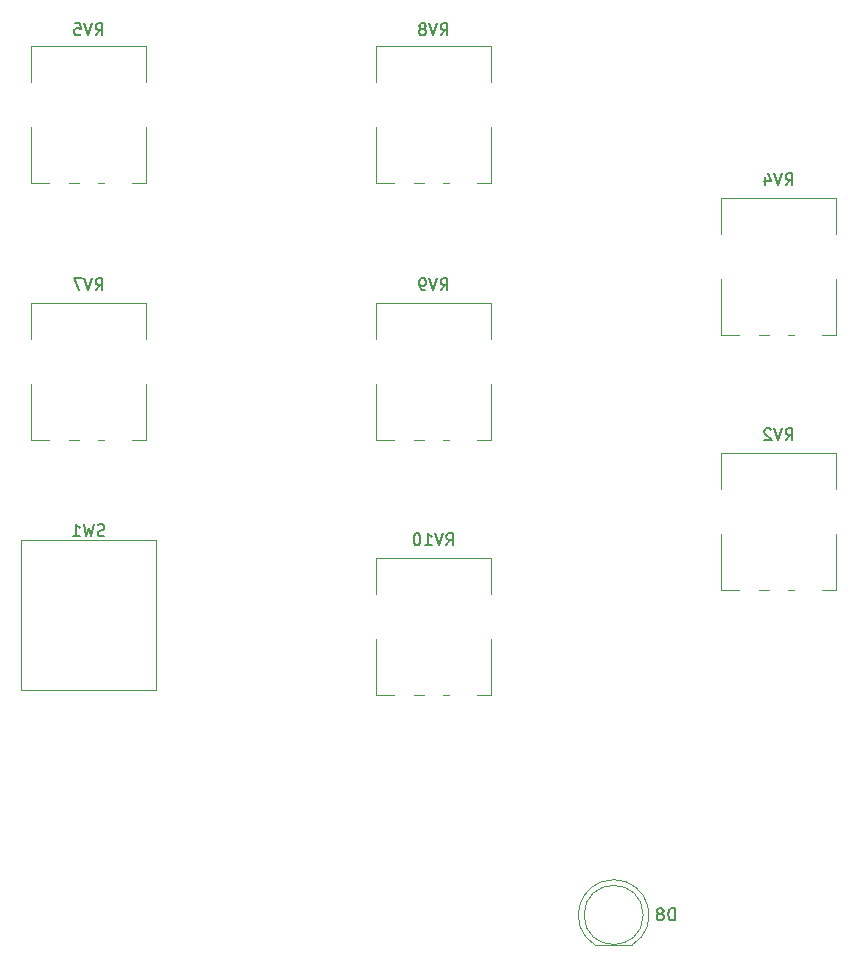
<source format=gbo>
G04 #@! TF.GenerationSoftware,KiCad,Pcbnew,5.1.10-88a1d61d58~88~ubuntu20.04.1*
G04 #@! TF.CreationDate,2021-06-30T15:24:22-04:00*
G04 #@! TF.ProjectId,whooshy_sound,77686f6f-7368-4795-9f73-6f756e642e6b,0*
G04 #@! TF.SameCoordinates,Original*
G04 #@! TF.FileFunction,Legend,Bot*
G04 #@! TF.FilePolarity,Positive*
%FSLAX46Y46*%
G04 Gerber Fmt 4.6, Leading zero omitted, Abs format (unit mm)*
G04 Created by KiCad (PCBNEW 5.1.10-88a1d61d58~88~ubuntu20.04.1) date 2021-06-30 15:24:22*
%MOMM*%
%LPD*%
G01*
G04 APERTURE LIST*
%ADD10C,0.120000*%
%ADD11C,0.150000*%
%ADD12C,1.800000*%
%ADD13R,1.800000X1.800000*%
%ADD14O,1.700000X1.700000*%
%ADD15R,1.700000X1.700000*%
%ADD16C,1.600000*%
%ADD17C,2.500000*%
%ADD18O,2.720000X3.240000*%
%ADD19C,1.440000*%
G04 APERTURE END LIST*
D10*
X185695000Y-149880000D02*
X182605000Y-149880000D01*
X186650000Y-147320000D02*
G75*
G03*
X186650000Y-147320000I-2500000J0D01*
G01*
X184150462Y-144330000D02*
G75*
G03*
X182605170Y-149880000I-462J-2990000D01*
G01*
X184149538Y-144330000D02*
G75*
G02*
X185694830Y-149880000I462J-2990000D01*
G01*
X133985000Y-128270000D02*
X145415000Y-128270000D01*
X145415000Y-128270000D02*
X145415000Y-115570000D01*
X145415000Y-115570000D02*
X133985000Y-115570000D01*
X133985000Y-115570000D02*
X133985000Y-128270000D01*
X164040000Y-117070000D02*
X173780000Y-117070000D01*
X164040000Y-128660000D02*
X165530000Y-128660000D01*
X164040000Y-120130000D02*
X164040000Y-117070000D01*
X173790000Y-128660000D02*
X173790000Y-123940000D01*
X173780000Y-120130000D02*
X173780000Y-117070000D01*
X164040000Y-128660000D02*
X164040000Y-123940000D01*
X172600000Y-128660000D02*
X173780000Y-128660000D01*
X169700000Y-128660000D02*
X170230000Y-128660000D01*
X167250000Y-128660000D02*
X168080000Y-128660000D01*
X164040000Y-95480000D02*
X173780000Y-95480000D01*
X164040000Y-107070000D02*
X165530000Y-107070000D01*
X164040000Y-98540000D02*
X164040000Y-95480000D01*
X173790000Y-107070000D02*
X173790000Y-102350000D01*
X173780000Y-98540000D02*
X173780000Y-95480000D01*
X164040000Y-107070000D02*
X164040000Y-102350000D01*
X172600000Y-107070000D02*
X173780000Y-107070000D01*
X169700000Y-107070000D02*
X170230000Y-107070000D01*
X167250000Y-107070000D02*
X168080000Y-107070000D01*
X164040000Y-73770000D02*
X173780000Y-73770000D01*
X164040000Y-85360000D02*
X165530000Y-85360000D01*
X164040000Y-76830000D02*
X164040000Y-73770000D01*
X173790000Y-85360000D02*
X173790000Y-80640000D01*
X173780000Y-76830000D02*
X173780000Y-73770000D01*
X164040000Y-85360000D02*
X164040000Y-80640000D01*
X172600000Y-85360000D02*
X173780000Y-85360000D01*
X169700000Y-85360000D02*
X170230000Y-85360000D01*
X167250000Y-85360000D02*
X168080000Y-85360000D01*
X134830000Y-95480000D02*
X144570000Y-95480000D01*
X134830000Y-107070000D02*
X136320000Y-107070000D01*
X134830000Y-98540000D02*
X134830000Y-95480000D01*
X144580000Y-107070000D02*
X144580000Y-102350000D01*
X144570000Y-98540000D02*
X144570000Y-95480000D01*
X134830000Y-107070000D02*
X134830000Y-102350000D01*
X143390000Y-107070000D02*
X144570000Y-107070000D01*
X140490000Y-107070000D02*
X141020000Y-107070000D01*
X138040000Y-107070000D02*
X138870000Y-107070000D01*
X134830000Y-73770000D02*
X144570000Y-73770000D01*
X134830000Y-85360000D02*
X136320000Y-85360000D01*
X134830000Y-76830000D02*
X134830000Y-73770000D01*
X144580000Y-85360000D02*
X144580000Y-80640000D01*
X144570000Y-76830000D02*
X144570000Y-73770000D01*
X134830000Y-85360000D02*
X134830000Y-80640000D01*
X143390000Y-85360000D02*
X144570000Y-85360000D01*
X140490000Y-85360000D02*
X141020000Y-85360000D01*
X138040000Y-85360000D02*
X138870000Y-85360000D01*
X193250000Y-86590000D02*
X202990000Y-86590000D01*
X193250000Y-98180000D02*
X194740000Y-98180000D01*
X193250000Y-89650000D02*
X193250000Y-86590000D01*
X203000000Y-98180000D02*
X203000000Y-93460000D01*
X202990000Y-89650000D02*
X202990000Y-86590000D01*
X193250000Y-98180000D02*
X193250000Y-93460000D01*
X201810000Y-98180000D02*
X202990000Y-98180000D01*
X198910000Y-98180000D02*
X199440000Y-98180000D01*
X196460000Y-98180000D02*
X197290000Y-98180000D01*
X193250000Y-108180000D02*
X202990000Y-108180000D01*
X193250000Y-119770000D02*
X194740000Y-119770000D01*
X193250000Y-111240000D02*
X193250000Y-108180000D01*
X203000000Y-119770000D02*
X203000000Y-115050000D01*
X202990000Y-111240000D02*
X202990000Y-108180000D01*
X193250000Y-119770000D02*
X193250000Y-115050000D01*
X201810000Y-119770000D02*
X202990000Y-119770000D01*
X198910000Y-119770000D02*
X199440000Y-119770000D01*
X196460000Y-119770000D02*
X197290000Y-119770000D01*
D11*
X189333095Y-147772380D02*
X189333095Y-146772380D01*
X189095000Y-146772380D01*
X188952142Y-146820000D01*
X188856904Y-146915238D01*
X188809285Y-147010476D01*
X188761666Y-147200952D01*
X188761666Y-147343809D01*
X188809285Y-147534285D01*
X188856904Y-147629523D01*
X188952142Y-147724761D01*
X189095000Y-147772380D01*
X189333095Y-147772380D01*
X188190238Y-147200952D02*
X188285476Y-147153333D01*
X188333095Y-147105714D01*
X188380714Y-147010476D01*
X188380714Y-146962857D01*
X188333095Y-146867619D01*
X188285476Y-146820000D01*
X188190238Y-146772380D01*
X187999761Y-146772380D01*
X187904523Y-146820000D01*
X187856904Y-146867619D01*
X187809285Y-146962857D01*
X187809285Y-147010476D01*
X187856904Y-147105714D01*
X187904523Y-147153333D01*
X187999761Y-147200952D01*
X188190238Y-147200952D01*
X188285476Y-147248571D01*
X188333095Y-147296190D01*
X188380714Y-147391428D01*
X188380714Y-147581904D01*
X188333095Y-147677142D01*
X188285476Y-147724761D01*
X188190238Y-147772380D01*
X187999761Y-147772380D01*
X187904523Y-147724761D01*
X187856904Y-147677142D01*
X187809285Y-147581904D01*
X187809285Y-147391428D01*
X187856904Y-147296190D01*
X187904523Y-147248571D01*
X187999761Y-147200952D01*
X141033333Y-115212761D02*
X140890476Y-115260380D01*
X140652380Y-115260380D01*
X140557142Y-115212761D01*
X140509523Y-115165142D01*
X140461904Y-115069904D01*
X140461904Y-114974666D01*
X140509523Y-114879428D01*
X140557142Y-114831809D01*
X140652380Y-114784190D01*
X140842857Y-114736571D01*
X140938095Y-114688952D01*
X140985714Y-114641333D01*
X141033333Y-114546095D01*
X141033333Y-114450857D01*
X140985714Y-114355619D01*
X140938095Y-114308000D01*
X140842857Y-114260380D01*
X140604761Y-114260380D01*
X140461904Y-114308000D01*
X140128571Y-114260380D02*
X139890476Y-115260380D01*
X139700000Y-114546095D01*
X139509523Y-115260380D01*
X139271428Y-114260380D01*
X138366666Y-115260380D02*
X138938095Y-115260380D01*
X138652380Y-115260380D02*
X138652380Y-114260380D01*
X138747619Y-114403238D01*
X138842857Y-114498476D01*
X138938095Y-114546095D01*
X169981428Y-116022380D02*
X170314761Y-115546190D01*
X170552857Y-116022380D02*
X170552857Y-115022380D01*
X170171904Y-115022380D01*
X170076666Y-115070000D01*
X170029047Y-115117619D01*
X169981428Y-115212857D01*
X169981428Y-115355714D01*
X170029047Y-115450952D01*
X170076666Y-115498571D01*
X170171904Y-115546190D01*
X170552857Y-115546190D01*
X169695714Y-115022380D02*
X169362380Y-116022380D01*
X169029047Y-115022380D01*
X168171904Y-116022380D02*
X168743333Y-116022380D01*
X168457619Y-116022380D02*
X168457619Y-115022380D01*
X168552857Y-115165238D01*
X168648095Y-115260476D01*
X168743333Y-115308095D01*
X167552857Y-115022380D02*
X167457619Y-115022380D01*
X167362380Y-115070000D01*
X167314761Y-115117619D01*
X167267142Y-115212857D01*
X167219523Y-115403333D01*
X167219523Y-115641428D01*
X167267142Y-115831904D01*
X167314761Y-115927142D01*
X167362380Y-115974761D01*
X167457619Y-116022380D01*
X167552857Y-116022380D01*
X167648095Y-115974761D01*
X167695714Y-115927142D01*
X167743333Y-115831904D01*
X167790952Y-115641428D01*
X167790952Y-115403333D01*
X167743333Y-115212857D01*
X167695714Y-115117619D01*
X167648095Y-115070000D01*
X167552857Y-115022380D01*
X169505238Y-94432380D02*
X169838571Y-93956190D01*
X170076666Y-94432380D02*
X170076666Y-93432380D01*
X169695714Y-93432380D01*
X169600476Y-93480000D01*
X169552857Y-93527619D01*
X169505238Y-93622857D01*
X169505238Y-93765714D01*
X169552857Y-93860952D01*
X169600476Y-93908571D01*
X169695714Y-93956190D01*
X170076666Y-93956190D01*
X169219523Y-93432380D02*
X168886190Y-94432380D01*
X168552857Y-93432380D01*
X168171904Y-94432380D02*
X167981428Y-94432380D01*
X167886190Y-94384761D01*
X167838571Y-94337142D01*
X167743333Y-94194285D01*
X167695714Y-94003809D01*
X167695714Y-93622857D01*
X167743333Y-93527619D01*
X167790952Y-93480000D01*
X167886190Y-93432380D01*
X168076666Y-93432380D01*
X168171904Y-93480000D01*
X168219523Y-93527619D01*
X168267142Y-93622857D01*
X168267142Y-93860952D01*
X168219523Y-93956190D01*
X168171904Y-94003809D01*
X168076666Y-94051428D01*
X167886190Y-94051428D01*
X167790952Y-94003809D01*
X167743333Y-93956190D01*
X167695714Y-93860952D01*
X169505238Y-72842380D02*
X169838571Y-72366190D01*
X170076666Y-72842380D02*
X170076666Y-71842380D01*
X169695714Y-71842380D01*
X169600476Y-71890000D01*
X169552857Y-71937619D01*
X169505238Y-72032857D01*
X169505238Y-72175714D01*
X169552857Y-72270952D01*
X169600476Y-72318571D01*
X169695714Y-72366190D01*
X170076666Y-72366190D01*
X169219523Y-71842380D02*
X168886190Y-72842380D01*
X168552857Y-71842380D01*
X168076666Y-72270952D02*
X168171904Y-72223333D01*
X168219523Y-72175714D01*
X168267142Y-72080476D01*
X168267142Y-72032857D01*
X168219523Y-71937619D01*
X168171904Y-71890000D01*
X168076666Y-71842380D01*
X167886190Y-71842380D01*
X167790952Y-71890000D01*
X167743333Y-71937619D01*
X167695714Y-72032857D01*
X167695714Y-72080476D01*
X167743333Y-72175714D01*
X167790952Y-72223333D01*
X167886190Y-72270952D01*
X168076666Y-72270952D01*
X168171904Y-72318571D01*
X168219523Y-72366190D01*
X168267142Y-72461428D01*
X168267142Y-72651904D01*
X168219523Y-72747142D01*
X168171904Y-72794761D01*
X168076666Y-72842380D01*
X167886190Y-72842380D01*
X167790952Y-72794761D01*
X167743333Y-72747142D01*
X167695714Y-72651904D01*
X167695714Y-72461428D01*
X167743333Y-72366190D01*
X167790952Y-72318571D01*
X167886190Y-72270952D01*
X140295238Y-94432380D02*
X140628571Y-93956190D01*
X140866666Y-94432380D02*
X140866666Y-93432380D01*
X140485714Y-93432380D01*
X140390476Y-93480000D01*
X140342857Y-93527619D01*
X140295238Y-93622857D01*
X140295238Y-93765714D01*
X140342857Y-93860952D01*
X140390476Y-93908571D01*
X140485714Y-93956190D01*
X140866666Y-93956190D01*
X140009523Y-93432380D02*
X139676190Y-94432380D01*
X139342857Y-93432380D01*
X139104761Y-93432380D02*
X138438095Y-93432380D01*
X138866666Y-94432380D01*
X140295238Y-72842380D02*
X140628571Y-72366190D01*
X140866666Y-72842380D02*
X140866666Y-71842380D01*
X140485714Y-71842380D01*
X140390476Y-71890000D01*
X140342857Y-71937619D01*
X140295238Y-72032857D01*
X140295238Y-72175714D01*
X140342857Y-72270952D01*
X140390476Y-72318571D01*
X140485714Y-72366190D01*
X140866666Y-72366190D01*
X140009523Y-71842380D02*
X139676190Y-72842380D01*
X139342857Y-71842380D01*
X138533333Y-71842380D02*
X139009523Y-71842380D01*
X139057142Y-72318571D01*
X139009523Y-72270952D01*
X138914285Y-72223333D01*
X138676190Y-72223333D01*
X138580952Y-72270952D01*
X138533333Y-72318571D01*
X138485714Y-72413809D01*
X138485714Y-72651904D01*
X138533333Y-72747142D01*
X138580952Y-72794761D01*
X138676190Y-72842380D01*
X138914285Y-72842380D01*
X139009523Y-72794761D01*
X139057142Y-72747142D01*
X198715238Y-85542380D02*
X199048571Y-85066190D01*
X199286666Y-85542380D02*
X199286666Y-84542380D01*
X198905714Y-84542380D01*
X198810476Y-84590000D01*
X198762857Y-84637619D01*
X198715238Y-84732857D01*
X198715238Y-84875714D01*
X198762857Y-84970952D01*
X198810476Y-85018571D01*
X198905714Y-85066190D01*
X199286666Y-85066190D01*
X198429523Y-84542380D02*
X198096190Y-85542380D01*
X197762857Y-84542380D01*
X197000952Y-84875714D02*
X197000952Y-85542380D01*
X197239047Y-84494761D02*
X197477142Y-85209047D01*
X196858095Y-85209047D01*
X198715238Y-107132380D02*
X199048571Y-106656190D01*
X199286666Y-107132380D02*
X199286666Y-106132380D01*
X198905714Y-106132380D01*
X198810476Y-106180000D01*
X198762857Y-106227619D01*
X198715238Y-106322857D01*
X198715238Y-106465714D01*
X198762857Y-106560952D01*
X198810476Y-106608571D01*
X198905714Y-106656190D01*
X199286666Y-106656190D01*
X198429523Y-106132380D02*
X198096190Y-107132380D01*
X197762857Y-106132380D01*
X197477142Y-106227619D02*
X197429523Y-106180000D01*
X197334285Y-106132380D01*
X197096190Y-106132380D01*
X197000952Y-106180000D01*
X196953333Y-106227619D01*
X196905714Y-106322857D01*
X196905714Y-106418095D01*
X196953333Y-106560952D01*
X197524761Y-107132380D01*
X196905714Y-107132380D01*
%LPC*%
D12*
X184150000Y-146050000D03*
D13*
X184150000Y-148590000D03*
D14*
X184150000Y-141605000D03*
D15*
X184150000Y-139065000D03*
D16*
X194310000Y-76835000D03*
X191810000Y-76835000D03*
D14*
X130810000Y-147320000D03*
X130810000Y-144780000D03*
X130810000Y-142240000D03*
D15*
X130810000Y-139700000D03*
D17*
X142115000Y-117220000D03*
X142115000Y-121920000D03*
X142115000Y-126620000D03*
X137285000Y-117220000D03*
X137285000Y-121920000D03*
X137285000Y-126620000D03*
D18*
X173710000Y-122040000D03*
X164110000Y-122040000D03*
D12*
X166410000Y-129540000D03*
X168910000Y-129540000D03*
D13*
X171410000Y-129540000D03*
D18*
X173710000Y-100450000D03*
X164110000Y-100450000D03*
D12*
X166410000Y-107950000D03*
X168910000Y-107950000D03*
D13*
X171410000Y-107950000D03*
D18*
X173710000Y-78740000D03*
X164110000Y-78740000D03*
D12*
X166410000Y-86240000D03*
X168910000Y-86240000D03*
D13*
X171410000Y-86240000D03*
D18*
X144500000Y-100450000D03*
X134900000Y-100450000D03*
D12*
X137200000Y-107950000D03*
X139700000Y-107950000D03*
D13*
X142200000Y-107950000D03*
D19*
X207010000Y-119380000D03*
X207010000Y-116840000D03*
X207010000Y-114300000D03*
D18*
X144500000Y-78740000D03*
X134900000Y-78740000D03*
D12*
X137200000Y-86240000D03*
X139700000Y-86240000D03*
D13*
X142200000Y-86240000D03*
D18*
X202920000Y-91560000D03*
X193320000Y-91560000D03*
D12*
X195620000Y-99060000D03*
X198120000Y-99060000D03*
D13*
X200620000Y-99060000D03*
D19*
X207010000Y-97790000D03*
X207010000Y-95250000D03*
X207010000Y-92710000D03*
D18*
X202920000Y-113150000D03*
X193320000Y-113150000D03*
D12*
X195620000Y-120650000D03*
X198120000Y-120650000D03*
D13*
X200620000Y-120650000D03*
D19*
X207010000Y-108585000D03*
X207010000Y-106045000D03*
X207010000Y-103505000D03*
D14*
X183642000Y-129540000D03*
X183642000Y-127000000D03*
X183642000Y-124460000D03*
X183642000Y-121920000D03*
X183642000Y-119380000D03*
X183642000Y-116840000D03*
X183642000Y-114300000D03*
D15*
X183642000Y-111760000D03*
D14*
X130302000Y-129540000D03*
X130302000Y-127000000D03*
X130302000Y-124460000D03*
D15*
X130302000Y-121920000D03*
D14*
X183642000Y-91440000D03*
X183642000Y-88900000D03*
X183642000Y-86360000D03*
D15*
X183642000Y-83820000D03*
D14*
X130302000Y-91440000D03*
X130302000Y-88900000D03*
X130302000Y-86360000D03*
D15*
X130302000Y-83820000D03*
D14*
X207010000Y-147320000D03*
D15*
X207010000Y-144780000D03*
D14*
X151765000Y-74295000D03*
X149225000Y-74295000D03*
D15*
X146685000Y-74295000D03*
D14*
X161925000Y-74295000D03*
X159385000Y-74295000D03*
D15*
X156845000Y-74295000D03*
D14*
X182880000Y-77470000D03*
D15*
X182880000Y-74930000D03*
D14*
X207010000Y-77470000D03*
D15*
X207010000Y-74930000D03*
D16*
X205025000Y-82359500D03*
X200025000Y-82359500D03*
M02*

</source>
